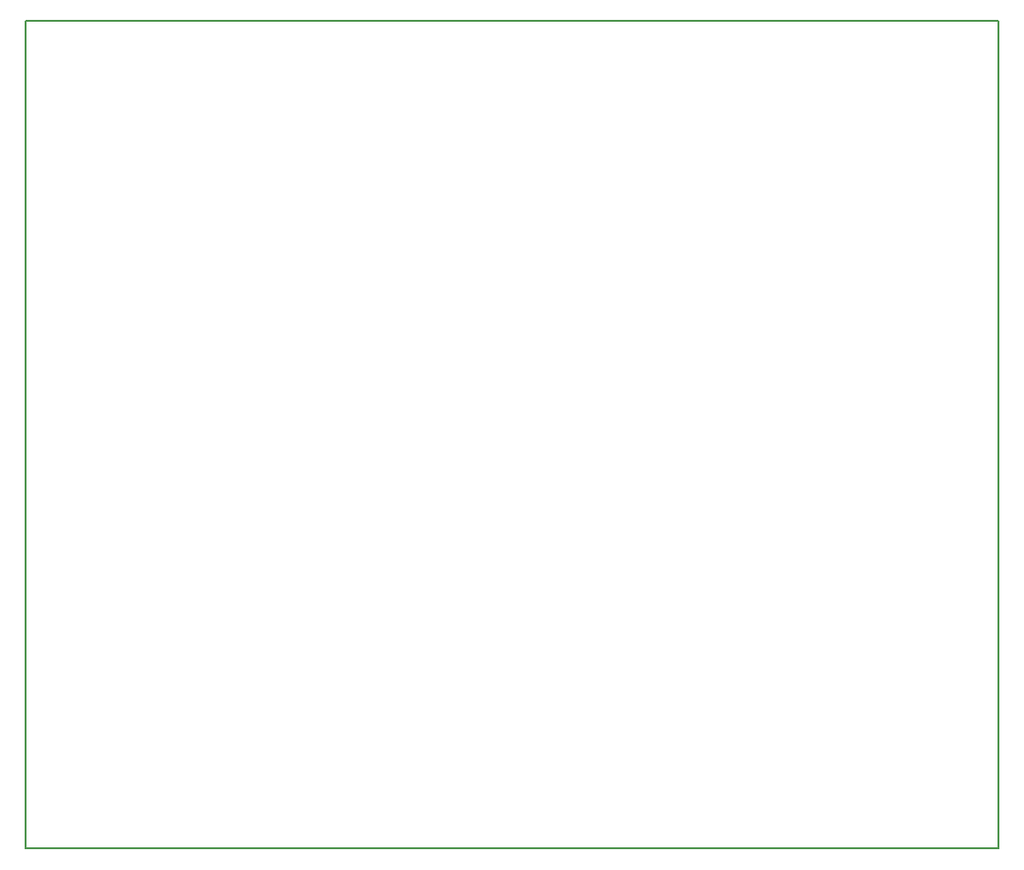
<source format=gm1>
G04 #@! TF.FileFunction,Profile,NP*
%FSLAX46Y46*%
G04 Gerber Fmt 4.6, Leading zero omitted, Abs format (unit mm)*
G04 Created by KiCad (PCBNEW (2016-03-23 BZR 6647, Git bc699c8)-product) date Tue 13 Jun 2017 17:37:47 CEST*
%MOMM*%
G01*
G04 APERTURE LIST*
%ADD10C,0.100000*%
%ADD11C,0.150000*%
G04 APERTURE END LIST*
D10*
D11*
X58000000Y-50000000D02*
X58000000Y-124000000D01*
X145000000Y-50000000D02*
X58000000Y-50000000D01*
X145000000Y-124000000D02*
X145000000Y-50000000D01*
X58000000Y-124000000D02*
X145000000Y-124000000D01*
M02*

</source>
